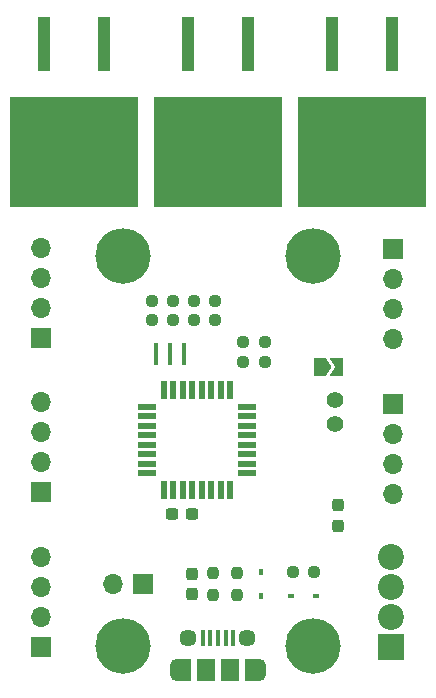
<source format=gts>
G04 #@! TF.GenerationSoftware,KiCad,Pcbnew,(6.0.10)*
G04 #@! TF.CreationDate,2023-05-29T16:45:33+02:00*
G04 #@! TF.ProjectId,BlinkStickAdvanced,426c696e-6b53-4746-9963-6b416476616e,1.0*
G04 #@! TF.SameCoordinates,Original*
G04 #@! TF.FileFunction,Soldermask,Top*
G04 #@! TF.FilePolarity,Negative*
%FSLAX46Y46*%
G04 Gerber Fmt 4.6, Leading zero omitted, Abs format (unit mm)*
G04 Created by KiCad (PCBNEW (6.0.10)) date 2023-05-29 16:45:33*
%MOMM*%
%LPD*%
G01*
G04 APERTURE LIST*
G04 Aperture macros list*
%AMRoundRect*
0 Rectangle with rounded corners*
0 $1 Rounding radius*
0 $2 $3 $4 $5 $6 $7 $8 $9 X,Y pos of 4 corners*
0 Add a 4 corners polygon primitive as box body*
4,1,4,$2,$3,$4,$5,$6,$7,$8,$9,$2,$3,0*
0 Add four circle primitives for the rounded corners*
1,1,$1+$1,$2,$3*
1,1,$1+$1,$4,$5*
1,1,$1+$1,$6,$7*
1,1,$1+$1,$8,$9*
0 Add four rect primitives between the rounded corners*
20,1,$1+$1,$2,$3,$4,$5,0*
20,1,$1+$1,$4,$5,$6,$7,0*
20,1,$1+$1,$6,$7,$8,$9,0*
20,1,$1+$1,$8,$9,$2,$3,0*%
%AMFreePoly0*
4,1,6,1.000000,0.000000,0.500000,-0.750000,-0.500000,-0.750000,-0.500000,0.750000,0.500000,0.750000,1.000000,0.000000,1.000000,0.000000,$1*%
%AMFreePoly1*
4,1,6,0.500000,-0.750000,-0.650000,-0.750000,-0.150000,0.000000,-0.650000,0.750000,0.500000,0.750000,0.500000,-0.750000,0.500000,-0.750000,$1*%
G04 Aperture macros list end*
%ADD10R,0.450000X0.600000*%
%ADD11R,1.700000X1.700000*%
%ADD12O,1.700000X1.700000*%
%ADD13R,2.200000X2.200000*%
%ADD14C,2.200000*%
%ADD15R,0.400000X1.350000*%
%ADD16C,1.450000*%
%ADD17R,1.500000X1.900000*%
%ADD18O,1.200000X1.900000*%
%ADD19R,1.200000X1.900000*%
%ADD20RoundRect,0.237500X-0.250000X-0.237500X0.250000X-0.237500X0.250000X0.237500X-0.250000X0.237500X0*%
%ADD21C,4.700000*%
%ADD22RoundRect,0.237500X-0.237500X0.300000X-0.237500X-0.300000X0.237500X-0.300000X0.237500X0.300000X0*%
%ADD23RoundRect,0.237500X0.250000X0.237500X-0.250000X0.237500X-0.250000X-0.237500X0.250000X-0.237500X0*%
%ADD24R,1.100000X4.600000*%
%ADD25R,10.800000X9.400000*%
%ADD26RoundRect,0.237500X0.237500X-0.250000X0.237500X0.250000X-0.237500X0.250000X-0.237500X-0.250000X0*%
%ADD27RoundRect,0.237500X-0.237500X0.250000X-0.237500X-0.250000X0.237500X-0.250000X0.237500X0.250000X0*%
%ADD28R,0.400000X1.900000*%
%ADD29FreePoly0,0.000000*%
%ADD30FreePoly1,0.000000*%
%ADD31R,0.550000X1.600000*%
%ADD32R,1.600000X0.550000*%
%ADD33RoundRect,0.237500X0.237500X-0.300000X0.237500X0.300000X-0.237500X0.300000X-0.237500X-0.300000X0*%
%ADD34RoundRect,0.237500X0.300000X0.237500X-0.300000X0.237500X-0.300000X-0.237500X0.300000X-0.237500X0*%
%ADD35C,1.400000*%
%ADD36R,0.600000X0.450000*%
G04 APERTURE END LIST*
D10*
X60833000Y-85722000D03*
X60833000Y-83622000D03*
D11*
X42170000Y-76925000D03*
D12*
X42170000Y-74385000D03*
X42170000Y-71845000D03*
X42170000Y-69305000D03*
D13*
X71831200Y-90017600D03*
D14*
X71831200Y-87477600D03*
X71831200Y-84937600D03*
X71831200Y-82397600D03*
D15*
X55856000Y-89274300D03*
X56506000Y-89274300D03*
X57156000Y-89274300D03*
X57806000Y-89274300D03*
X58456000Y-89274300D03*
D16*
X59656000Y-89274300D03*
D17*
X56156000Y-91974300D03*
D16*
X54656000Y-89274300D03*
D18*
X60656000Y-91974300D03*
D19*
X60056000Y-91974300D03*
D17*
X58156000Y-91974300D03*
D19*
X54256000Y-91974300D03*
D18*
X53656000Y-91974300D03*
D11*
X71948000Y-69478500D03*
D12*
X71948000Y-72018500D03*
X71948000Y-74558500D03*
X71948000Y-77098500D03*
D11*
X42170000Y-63844000D03*
D12*
X42170000Y-61304000D03*
X42170000Y-58764000D03*
X42170000Y-56224000D03*
D20*
X59314000Y-65876000D03*
X61139000Y-65876000D03*
D21*
X65198000Y-89935000D03*
D22*
X67310000Y-78004500D03*
X67310000Y-79729500D03*
D21*
X49114000Y-89935000D03*
D23*
X53362500Y-60706000D03*
X51537500Y-60706000D03*
D11*
X71948000Y-56334000D03*
D12*
X71948000Y-58874000D03*
X71948000Y-61414000D03*
X71948000Y-63954000D03*
D24*
X71910500Y-38964190D03*
D25*
X69370500Y-48114190D03*
D24*
X66830500Y-38964190D03*
D11*
X50806000Y-84672000D03*
D12*
X48266000Y-84672000D03*
D20*
X59291500Y-64225000D03*
X61116500Y-64225000D03*
D26*
X56769000Y-85584500D03*
X56769000Y-83759500D03*
D27*
X58801000Y-83759500D03*
X58801000Y-85584500D03*
D28*
X54286000Y-65182000D03*
X53086000Y-65182000D03*
X51886000Y-65182000D03*
D29*
X65823000Y-66294000D03*
D30*
X67273000Y-66294000D03*
D23*
X65301500Y-83656000D03*
X63476500Y-83656000D03*
D24*
X59718500Y-38964190D03*
D25*
X57178500Y-48114190D03*
D24*
X54638500Y-38964190D03*
D20*
X55094500Y-60706000D03*
X56919500Y-60706000D03*
D31*
X58178000Y-68230000D03*
X57378000Y-68230000D03*
X56578000Y-68230000D03*
X55778000Y-68230000D03*
X54978000Y-68230000D03*
X54178000Y-68230000D03*
X53378000Y-68230000D03*
X52578000Y-68230000D03*
D32*
X51128000Y-69680000D03*
X51128000Y-70480000D03*
X51128000Y-71280000D03*
X51128000Y-72080000D03*
X51128000Y-72880000D03*
X51128000Y-73680000D03*
X51128000Y-74480000D03*
X51128000Y-75280000D03*
D31*
X52578000Y-76730000D03*
X53378000Y-76730000D03*
X54178000Y-76730000D03*
X54978000Y-76730000D03*
X55778000Y-76730000D03*
X56578000Y-76730000D03*
X57378000Y-76730000D03*
X58178000Y-76730000D03*
D32*
X59628000Y-75280000D03*
X59628000Y-74480000D03*
X59628000Y-73680000D03*
X59628000Y-72880000D03*
X59628000Y-72080000D03*
X59628000Y-71280000D03*
X59628000Y-70480000D03*
X59628000Y-69680000D03*
D20*
X55094500Y-62357000D03*
X56919500Y-62357000D03*
D21*
X49114000Y-56935100D03*
D33*
X54991000Y-85534500D03*
X54991000Y-83809500D03*
D11*
X42170000Y-90006000D03*
D12*
X42170000Y-87466000D03*
X42170000Y-84926000D03*
X42170000Y-82386000D03*
D23*
X53363500Y-62357000D03*
X51538500Y-62357000D03*
D34*
X54964500Y-78740000D03*
X53239500Y-78740000D03*
D21*
X65198000Y-56935100D03*
D24*
X47526500Y-38964190D03*
D25*
X44986500Y-48114190D03*
D24*
X42446500Y-38964190D03*
D35*
X67056000Y-69079000D03*
X67056000Y-71119000D03*
D36*
X63339000Y-85688000D03*
X65439000Y-85688000D03*
M02*

</source>
